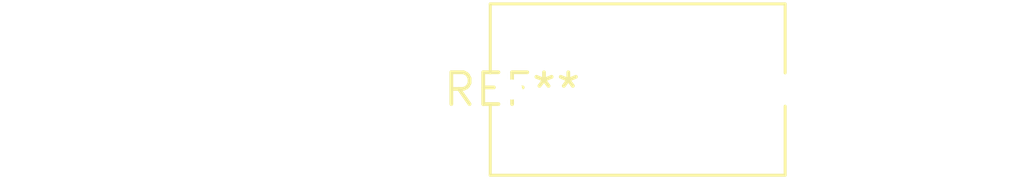
<source format=kicad_pcb>
(kicad_pcb (version 20240108) (generator pcbnew)
  (layers (0 "F.Cu" signal) (31 "B.Cu" signal) (34 "B.Paste" user) (35 "F.Paste" user) (36 "B.SilkS" user "B.Silkscreen") (37 "F.SilkS" user "F.Silkscreen") (38 "B.Mask" user) (39 "F.Mask" user) (44 "Edge.Cuts" user))
  (net 0 "")
  (footprint "C_Rect_L11.5mm_W6.6mm_P10.00mm_MKT" (layer "F.Cu") (at 0 0)
    (property "Reference" "REF**")
    (property "Value" "C_Rect_L11.5mm_W6.6mm_P10.00mm_MKT")
    (fp_line (start -0.87 -3.42) (end -0.87 -0.665) (layer "F.SilkS") (stroke (width 0.12)))
    (fp_line (start -0.87 -3.42) (end 10.87 -3.42) (layer "F.SilkS") (stroke (width 0.12)))
    (fp_line (start -0.87 0.665) (end -0.87 3.42) (layer "F.SilkS") (stroke (width 0.12)))
    (fp_line (start -0.87 3.42) (end 10.87 3.42) (layer "F.SilkS") (stroke (width 0.12)))
    (fp_line (start 10.87 -3.42) (end 10.87 -0.665) (layer "F.SilkS") (stroke (width 0.12)))
    (fp_line (start 10.87 0.665) (end 10.87 3.42) (layer "F.SilkS") (stroke (width 0.12)))
    (pad "1" thru_hole circle (at 0 0) (size 1.6 1.6) (drill 0.8) (layers *.Cu *.Mask) (remove_unused_layers))
    (pad "2" thru_hole circle (at 10 0) (size 1.6 1.6) (drill 0.8) (layers *.Cu *.Mask) (remove_unused_layers))
  )
)
</source>
